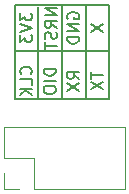
<source format=gbr>
%TF.GenerationSoftware,KiCad,Pcbnew,(6.0.0)*%
%TF.CreationDate,2022-01-20T17:31:54+07:00*%
%TF.ProjectId,CubeSat Link V555,43756265-5361-4742-904c-696e6b205635,rev?*%
%TF.SameCoordinates,Original*%
%TF.FileFunction,Legend,Bot*%
%TF.FilePolarity,Positive*%
%FSLAX46Y46*%
G04 Gerber Fmt 4.6, Leading zero omitted, Abs format (unit mm)*
G04 Created by KiCad (PCBNEW (6.0.0)) date 2022-01-20 17:31:54*
%MOMM*%
%LPD*%
G01*
G04 APERTURE LIST*
%ADD10C,0.150000*%
%ADD11C,0.120000*%
G04 APERTURE END LIST*
D10*
X146800000Y-101000000D02*
X138800000Y-101000000D01*
X146800000Y-93100000D02*
X138800000Y-93100000D01*
X146800000Y-97000000D02*
X138800000Y-97000000D01*
X138800000Y-101000000D02*
X138800000Y-93100000D01*
X146800000Y-101000000D02*
X146800000Y-93100000D01*
X144800000Y-101000000D02*
X144800000Y-93100000D01*
X142800000Y-93100000D02*
X142800000Y-101000000D01*
X140800000Y-101000000D02*
X140800000Y-93200000D01*
X145252380Y-94666666D02*
X146252380Y-95333333D01*
X145252380Y-95333333D02*
X146252380Y-94666666D01*
X142352380Y-93357142D02*
X141352380Y-93357142D01*
X142352380Y-93928571D01*
X141352380Y-93928571D01*
X142352380Y-94976190D02*
X141876190Y-94642857D01*
X142352380Y-94404761D02*
X141352380Y-94404761D01*
X141352380Y-94785714D01*
X141400000Y-94880952D01*
X141447619Y-94928571D01*
X141542857Y-94976190D01*
X141685714Y-94976190D01*
X141780952Y-94928571D01*
X141828571Y-94880952D01*
X141876190Y-94785714D01*
X141876190Y-94404761D01*
X142304761Y-95357142D02*
X142352380Y-95500000D01*
X142352380Y-95738095D01*
X142304761Y-95833333D01*
X142257142Y-95880952D01*
X142161904Y-95928571D01*
X142066666Y-95928571D01*
X141971428Y-95880952D01*
X141923809Y-95833333D01*
X141876190Y-95738095D01*
X141828571Y-95547619D01*
X141780952Y-95452380D01*
X141733333Y-95404761D01*
X141638095Y-95357142D01*
X141542857Y-95357142D01*
X141447619Y-95404761D01*
X141400000Y-95452380D01*
X141352380Y-95547619D01*
X141352380Y-95785714D01*
X141400000Y-95928571D01*
X141352380Y-96214285D02*
X141352380Y-96785714D01*
X142352380Y-96500000D02*
X141352380Y-96500000D01*
X143300000Y-94238095D02*
X143252380Y-94142857D01*
X143252380Y-94000000D01*
X143300000Y-93857142D01*
X143395238Y-93761904D01*
X143490476Y-93714285D01*
X143680952Y-93666666D01*
X143823809Y-93666666D01*
X144014285Y-93714285D01*
X144109523Y-93761904D01*
X144204761Y-93857142D01*
X144252380Y-94000000D01*
X144252380Y-94095238D01*
X144204761Y-94238095D01*
X144157142Y-94285714D01*
X143823809Y-94285714D01*
X143823809Y-94095238D01*
X144252380Y-94714285D02*
X143252380Y-94714285D01*
X144252380Y-95285714D01*
X143252380Y-95285714D01*
X144252380Y-95761904D02*
X143252380Y-95761904D01*
X143252380Y-96000000D01*
X143300000Y-96142857D01*
X143395238Y-96238095D01*
X143490476Y-96285714D01*
X143680952Y-96333333D01*
X143823809Y-96333333D01*
X144014285Y-96285714D01*
X144109523Y-96238095D01*
X144204761Y-96142857D01*
X144252380Y-96000000D01*
X144252380Y-95761904D01*
X139252380Y-93761904D02*
X139252380Y-94380952D01*
X139633333Y-94047619D01*
X139633333Y-94190476D01*
X139680952Y-94285714D01*
X139728571Y-94333333D01*
X139823809Y-94380952D01*
X140061904Y-94380952D01*
X140157142Y-94333333D01*
X140204761Y-94285714D01*
X140252380Y-94190476D01*
X140252380Y-93904761D01*
X140204761Y-93809523D01*
X140157142Y-93761904D01*
X139252380Y-94666666D02*
X140252380Y-95000000D01*
X139252380Y-95333333D01*
X139252380Y-95571428D02*
X139252380Y-96190476D01*
X139633333Y-95857142D01*
X139633333Y-96000000D01*
X139680952Y-96095238D01*
X139728571Y-96142857D01*
X139823809Y-96190476D01*
X140061904Y-96190476D01*
X140157142Y-96142857D01*
X140204761Y-96095238D01*
X140252380Y-96000000D01*
X140252380Y-95714285D01*
X140204761Y-95619047D01*
X140157142Y-95571428D01*
X145252380Y-98738095D02*
X145252380Y-99309523D01*
X146252380Y-99023809D02*
X145252380Y-99023809D01*
X145252380Y-99547619D02*
X146252380Y-100214285D01*
X145252380Y-100214285D02*
X146252380Y-99547619D01*
X144252380Y-99333334D02*
X143776190Y-99000001D01*
X144252380Y-98761905D02*
X143252380Y-98761905D01*
X143252380Y-99142858D01*
X143300000Y-99238096D01*
X143347619Y-99285715D01*
X143442857Y-99333334D01*
X143585714Y-99333334D01*
X143680952Y-99285715D01*
X143728571Y-99238096D01*
X143776190Y-99142858D01*
X143776190Y-98761905D01*
X143252380Y-99666667D02*
X144252380Y-100333334D01*
X143252380Y-100333334D02*
X144252380Y-99666667D01*
X142252380Y-98476190D02*
X141252380Y-98476190D01*
X141252380Y-98714285D01*
X141300000Y-98857142D01*
X141395238Y-98952380D01*
X141490476Y-99000000D01*
X141680952Y-99047619D01*
X141823809Y-99047619D01*
X142014285Y-99000000D01*
X142109523Y-98952380D01*
X142204761Y-98857142D01*
X142252380Y-98714285D01*
X142252380Y-98476190D01*
X142252380Y-99476190D02*
X141252380Y-99476190D01*
X141252380Y-100142857D02*
X141252380Y-100333333D01*
X141300000Y-100428571D01*
X141395238Y-100523809D01*
X141585714Y-100571428D01*
X141919047Y-100571428D01*
X142109523Y-100523809D01*
X142204761Y-100428571D01*
X142252380Y-100333333D01*
X142252380Y-100142857D01*
X142204761Y-100047619D01*
X142109523Y-99952380D01*
X141919047Y-99904761D01*
X141585714Y-99904761D01*
X141395238Y-99952380D01*
X141300000Y-100047619D01*
X141252380Y-100142857D01*
X140157142Y-98904761D02*
X140204761Y-98857142D01*
X140252380Y-98714285D01*
X140252380Y-98619047D01*
X140204761Y-98476190D01*
X140109523Y-98380952D01*
X140014285Y-98333333D01*
X139823809Y-98285714D01*
X139680952Y-98285714D01*
X139490476Y-98333333D01*
X139395238Y-98380952D01*
X139300000Y-98476190D01*
X139252380Y-98619047D01*
X139252380Y-98714285D01*
X139300000Y-98857142D01*
X139347619Y-98904761D01*
X140252380Y-99809523D02*
X140252380Y-99333333D01*
X139252380Y-99333333D01*
X140252380Y-100142857D02*
X139252380Y-100142857D01*
X140252380Y-100714285D02*
X139680952Y-100285714D01*
X139252380Y-100714285D02*
X139823809Y-100142857D01*
D11*
%TO.C,J2*%
X137870000Y-107290000D02*
X137870000Y-108620000D01*
X137870000Y-108620000D02*
X139200000Y-108620000D01*
X137870000Y-106020000D02*
X140470000Y-106020000D01*
X140470000Y-106020000D02*
X140470000Y-108620000D01*
X140470000Y-108620000D02*
X148150000Y-108620000D01*
X148150000Y-103420000D02*
X148150000Y-108620000D01*
X137870000Y-103420000D02*
X148150000Y-103420000D01*
X137870000Y-103420000D02*
X137870000Y-106020000D01*
%TD*%
M02*

</source>
